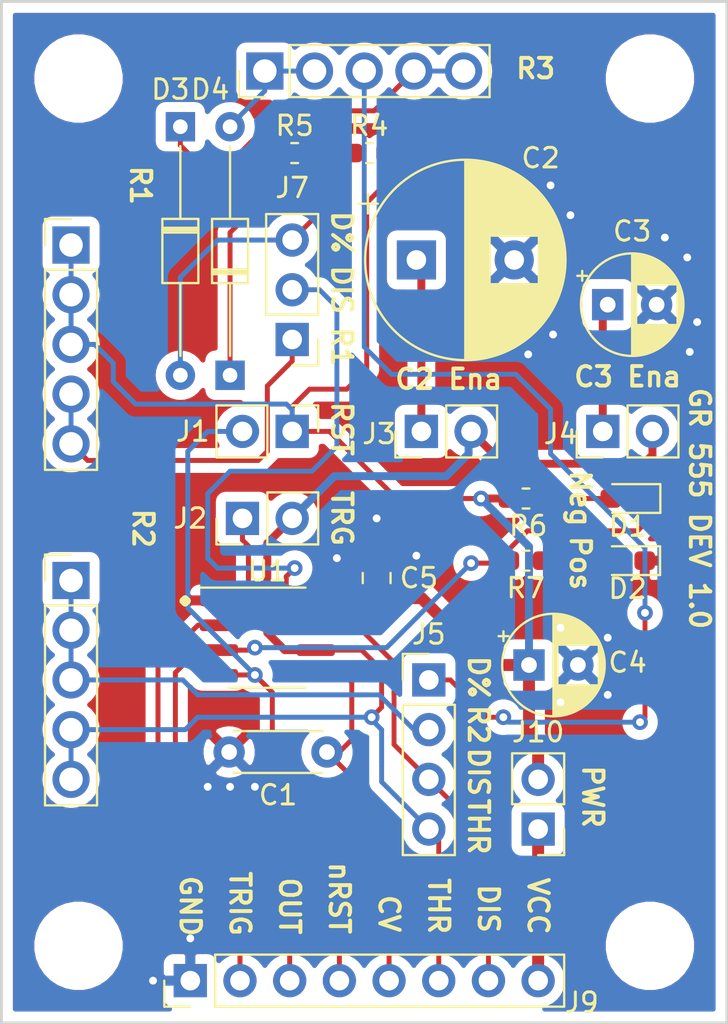
<source format=kicad_pcb>
(kicad_pcb (version 20171130) (host pcbnew "(5.1.2-1)-1")
  (layers (0 F.Cu signal hide) (31 B.Cu signal hide) (34 B.Paste user) (35 F.Paste user) (36 B.SilkS user) (37 F.SilkS user) (38 B.Mask user) (39 F.Mask user) (44 Edge.Cuts user))
  (net 0 "")
  (net 1 VCC)
  (net 2 /TRIG)
  (net 3 "Net-(D1-Pad2)")
  (net 4 "Net-(D2-Pad2)")
  (net 5 GND)
  (net 6 "Net-(C2-Pad1)")
  (net 7 /CV)
  (net 8 "Net-(C3-Pad1)")
  (net 9 /OUT)
  (net 10 /RST)
  (net 11 /THR)
  (net 12 /DIS)
  (net 13 "Net-(J10-Pad1)")
  (net 14 "Net-(D3-Pad2)")
  (net 15 "Net-(D3-Pad1)")
  (net 16 "Net-(D4-Pad1)")
  (net 17 "Net-(D4-Pad2)")
  (net 18 "Net-(J7-Pad1)")
  (net 19 "Net-(J11-Pad3)")
  (net 20 "Net-(J5-Pad2)")
  (module MountingHole:MountingHole_3.5mm (layer F.Cu) (at 198.247 110.363)
    (fp_text reference REF** hide)
    (fp_text value MountingHole_3.5mm)
    (pad 1 np_thru_hole circle (at 0 0) (size 3.5 3.5) (drill 3.5) (layers *.Cu *.Mask))
  )
  (module MountingHole:MountingHole_3.5mm (layer F.Cu) (at 198.247 66.04)
    (fp_text reference REF** hide)
    (fp_text value MountingHole_3.5mm)
    (pad 1 np_thru_hole circle (at 0 0) (size 3.5 3.5) (drill 3.5) (layers *.Cu *.Mask))
  )
  (module MountingHole:MountingHole_3.5mm (layer F.Cu) (at 169.037 66.04)
    (fp_text reference REF** hide)
    (fp_text value MountingHole_3.5mm)
    (pad 1 np_thru_hole circle (at 0 0) (size 3.5 3.5) (drill 3.5) (layers *.Cu *.Mask))
  )
  (module MountingHole:MountingHole_3.5mm (layer F.Cu) (at 169.037 110.363)
    (fp_text reference REF** hide)
    (fp_text value MountingHole_3.5mm)
    (pad 1 np_thru_hole circle (at 0 0) (size 3.5 3.5) (drill 3.5) (layers *.Cu *.Mask))
  )
  (module Capacitor_THT:CP_Radial_D10.0mm_P5.00mm (layer F.Cu) (at 186.309 75.311)
    (fp_text reference C2 (at 6.35 -5.207) (layer F.SilkS))
    (fp_text value 1uF)
    (pad 2 thru_hole circle (at 5 0) (size 2 2) (drill 1) (layers *.Cu *.Mask) (net 5 GND))
    (pad 1 thru_hole rect (at 0 0) (size 2 2) (drill 1) (layers *.Cu *.Mask) (net 6 "Net-(C2-Pad1)"))
  )
  (module Connector_PinHeader_2.54mm:PinHeader_1x02_P2.54mm_Vertical (layer F.Cu) (at 179.959 84.074 270)
    (fp_text reference J1 (at 0 5.08 180) (layer F.SilkS))
    (fp_text value 1x2)
    (pad 2 thru_hole oval (at 0 2.54 270) (size 1.7 1.7) (drill 1) (layers *.Cu *.Mask) (net 10 /RST))
    (pad 1 thru_hole rect (at 0 0 270) (size 1.7 1.7) (drill 1) (layers *.Cu *.Mask) (net 1 VCC))
  )
  (module Connector_PinHeader_2.54mm:PinHeader_1x02_P2.54mm_Vertical (layer F.Cu) (at 177.419 88.519 90)
    (fp_text reference J2 (at 0 -2.667 180) (layer F.SilkS))
    (fp_text value 1x2)
    (pad 1 thru_hole rect (at 0 0 90) (size 1.7 1.7) (drill 1) (layers *.Cu *.Mask) (net 2 /TRIG))
    (pad 2 thru_hole oval (at 0 2.54 90) (size 1.7 1.7) (drill 1) (layers *.Cu *.Mask) (net 11 /THR))
  )
  (module Connector_PinHeader_2.54mm:PinHeader_1x02_P2.54mm_Vertical (layer F.Cu) (at 186.563 84.074 90)
    (fp_text reference J3 (at -0.127 -2.159 180) (layer F.SilkS))
    (fp_text value 1x2)
    (pad 1 thru_hole rect (at 0 0 90) (size 1.7 1.7) (drill 1) (layers *.Cu *.Mask) (net 6 "Net-(C2-Pad1)"))
    (pad 2 thru_hole oval (at 0 2.54 90) (size 1.7 1.7) (drill 1) (layers *.Cu *.Mask) (net 11 /THR))
  )
  (module Connector_PinHeader_2.54mm:PinHeader_1x02_P2.54mm_Vertical (layer F.Cu) (at 195.834 84.074 90)
    (fp_text reference J4 (at -0.127 -2.159) (layer F.SilkS))
    (fp_text value 1x2)
    (pad 2 thru_hole oval (at 0 2.54 90) (size 1.7 1.7) (drill 1) (layers *.Cu *.Mask) (net 11 /THR))
    (pad 1 thru_hole rect (at 0 0 90) (size 1.7 1.7) (drill 1) (layers *.Cu *.Mask) (net 8 "Net-(C3-Pad1)"))
  )
  (module Connector_PinHeader_2.54mm:PinHeader_1x08_P2.54mm_Vertical (layer F.Cu) (at 174.752 112.141 90)
    (fp_text reference J9 (at -1.1176 20.0152) (layer F.SilkS))
    (fp_text value 1x8)
    (pad 8 thru_hole oval (at 0 17.78 90) (size 1.7 1.7) (drill 1) (layers *.Cu *.Mask) (net 13 "Net-(J10-Pad1)"))
    (pad 7 thru_hole oval (at 0 15.24 90) (size 1.7 1.7) (drill 1) (layers *.Cu *.Mask) (net 12 /DIS))
    (pad 6 thru_hole oval (at 0 12.7 90) (size 1.7 1.7) (drill 1) (layers *.Cu *.Mask) (net 11 /THR))
    (pad 5 thru_hole oval (at 0 10.16 90) (size 1.7 1.7) (drill 1) (layers *.Cu *.Mask) (net 7 /CV))
    (pad 4 thru_hole oval (at 0 7.62 90) (size 1.7 1.7) (drill 1) (layers *.Cu *.Mask) (net 10 /RST))
    (pad 3 thru_hole oval (at 0 5.08 90) (size 1.7 1.7) (drill 1) (layers *.Cu *.Mask) (net 9 /OUT))
    (pad 2 thru_hole oval (at 0 2.54 90) (size 1.7 1.7) (drill 1) (layers *.Cu *.Mask) (net 2 /TRIG))
    (pad 1 thru_hole rect (at 0 0 90) (size 1.7 1.7) (drill 1) (layers *.Cu *.Mask) (net 5 GND))
  )
  (module LED_SMD:LED_0603_1608Metric_Pad1.05x0.95mm_HandSolder (layer F.Cu) (at 197.118 87.503 180)
    (fp_text reference D1 (at 0 -1.43) (layer F.SilkS))
    (fp_text value RED)
    (pad 1 smd roundrect (at -0.875 0 180) (size 1.05 0.95) (layers F.Cu F.Paste F.Mask) (net 9 /OUT))
    (pad 2 smd roundrect (at 0.875 0 180) (size 1.05 0.95) (layers F.Cu F.Paste F.Mask) (net 3 "Net-(D1-Pad2)"))
  )
  (module LED_SMD:LED_0603_1608Metric_Pad1.05x0.95mm_HandSolder (layer F.Cu) (at 197.104 90.678 180)
    (fp_text reference D2 (at 0 -1.43) (layer F.SilkS))
    (fp_text value GREEN)
    (pad 2 smd roundrect (at 0.875 0 180) (size 1.05 0.95) (layers F.Cu F.Paste F.Mask) (net 4 "Net-(D2-Pad2)"))
    (pad 1 smd roundrect (at -0.875 0 180) (size 1.05 0.95) (layers F.Cu F.Paste F.Mask) (net 5 GND))
  )
  (module Resistor_SMD:R_0603_1608Metric_Pad1.05x0.95mm_HandSolder (layer F.Cu) (at 191.911 87.503)
    (fp_text reference R6 (at 0.113 1.397) (layer F.SilkS))
    (fp_text value 680)
    (pad 1 smd roundrect (at -0.875 0) (size 1.05 0.95) (layers F.Cu F.Paste F.Mask) (net 1 VCC))
    (pad 2 smd roundrect (at 0.875 0) (size 1.05 0.95) (layers F.Cu F.Paste F.Mask) (net 3 "Net-(D1-Pad2)"))
  )
  (module Capacitor_THT:C_Disc_D4.3mm_W1.9mm_P5.00mm (layer F.Cu) (at 181.737 100.457 180)
    (fp_text reference C1 (at 2.5 -2.2) (layer F.SilkS))
    (fp_text value 1nF)
    (pad 1 thru_hole circle (at 0 0 180) (size 1.6 1.6) (drill 0.8) (layers *.Cu *.Mask) (net 7 /CV))
    (pad 2 thru_hole circle (at 5 0 180) (size 1.6 1.6) (drill 0.8) (layers *.Cu *.Mask) (net 5 GND))
  )
  (module Resistor_SMD:R_0603_1608Metric_Pad1.05x0.95mm_HandSolder (layer F.Cu) (at 191.911 90.678)
    (fp_text reference R7 (at -0.014 1.397) (layer F.SilkS))
    (fp_text value 680)
    (pad 2 smd roundrect (at 0.875 0) (size 1.05 0.95) (layers F.Cu F.Paste F.Mask) (net 4 "Net-(D2-Pad2)"))
    (pad 1 smd roundrect (at -0.875 0) (size 1.05 0.95) (layers F.Cu F.Paste F.Mask) (net 9 /OUT))
  )
  (module Package_SO:SOIC-8_3.9x4.9mm_P1.27mm (layer F.Cu) (at 178.689 94.615)
    (fp_text reference U1 (at 0 -3.4) (layer F.SilkS))
    (fp_text value LM555)
    (pad 1 smd roundrect (at -2.475 -1.905) (size 1.95 0.6) (layers F.Cu F.Paste F.Mask) (net 5 GND))
    (pad 2 smd roundrect (at -2.475 -0.635) (size 1.95 0.6) (layers F.Cu F.Paste F.Mask) (net 2 /TRIG))
    (pad 3 smd roundrect (at -2.475 0.635) (size 1.95 0.6) (layers F.Cu F.Paste F.Mask) (net 9 /OUT))
    (pad 4 smd roundrect (at -2.475 1.905) (size 1.95 0.6) (layers F.Cu F.Paste F.Mask) (net 10 /RST))
    (pad 5 smd roundrect (at 2.475 1.905) (size 1.95 0.6) (layers F.Cu F.Paste F.Mask) (net 7 /CV))
    (pad 6 smd roundrect (at 2.475 0.635) (size 1.95 0.6) (layers F.Cu F.Paste F.Mask) (net 11 /THR))
    (pad 7 smd roundrect (at 2.475 -0.635) (size 1.95 0.6) (layers F.Cu F.Paste F.Mask) (net 12 /DIS))
    (pad 8 smd roundrect (at 2.475 -1.905) (size 1.95 0.6) (layers F.Cu F.Paste F.Mask) (net 1 VCC))
  )
  (module Capacitor_THT:CP_Radial_D5.0mm_P2.50mm (layer F.Cu) (at 196.088 77.597)
    (fp_text reference C3 (at 1.25 -3.75) (layer F.SilkS))
    (fp_text value 10nF)
    (pad 1 thru_hole rect (at 0 0) (size 1.6 1.6) (drill 0.8) (layers *.Cu *.Mask) (net 8 "Net-(C3-Pad1)"))
    (pad 2 thru_hole circle (at 2.5 0) (size 1.6 1.6) (drill 0.8) (layers *.Cu *.Mask) (net 5 GND))
  )
  (module Capacitor_THT:CP_Radial_D5.0mm_P2.50mm (layer F.Cu) (at 192.064 96.012)
    (fp_text reference C4 (at 5.04 -0.127) (layer F.SilkS))
    (fp_text value 1uF)
    (pad 2 thru_hole circle (at 2.5 0) (size 1.6 1.6) (drill 0.8) (layers *.Cu *.Mask) (net 5 GND))
    (pad 1 thru_hole rect (at 0 0) (size 1.6 1.6) (drill 0.8) (layers *.Cu *.Mask) (net 1 VCC))
  )
  (module Connector_PinHeader_2.54mm:PinHeader_1x02_P2.54mm_Vertical (layer F.Cu) (at 192.532 104.394 180)
    (fp_text reference J10 (at 0 4.953) (layer F.SilkS))
    (fp_text value 1x2)
    (pad 1 thru_hole rect (at 0 0 180) (size 1.7 1.7) (drill 1) (layers *.Cu *.Mask) (net 13 "Net-(J10-Pad1)"))
    (pad 2 thru_hole oval (at 0 2.54 180) (size 1.7 1.7) (drill 1) (layers *.Cu *.Mask) (net 1 VCC))
  )
  (module Capacitor_SMD:C_0805_2012Metric_Pad1.15x1.40mm_HandSolder (layer F.Cu) (at 184.277 91.567 90)
    (fp_text reference C5 (at 0 2.159 180) (layer F.SilkS))
    (fp_text value 100nF)
    (pad 1 smd roundrect (at -1.025 0 90) (size 1.15 1.4) (layers F.Cu F.Paste F.Mask) (roundrect_rratio 0.217391) (net 1 VCC))
    (pad 2 smd roundrect (at 1.025 0 90) (size 1.15 1.4) (layers F.Cu F.Paste F.Mask) (roundrect_rratio 0.217391) (net 5 GND))
  )
  (module Resistor_SMD:R_0603_1608Metric_Pad1.05x0.95mm_HandSolder (layer F.Cu) (at 183.91 69.85 180)
    (fp_text reference R4 (at 0.014 1.397) (layer F.SilkS))
    (fp_text value 4.7K)
    (pad 1 smd roundrect (at -0.875 0 180) (size 1.05 0.95) (layers F.Cu F.Paste F.Mask) (net 1 VCC))
    (pad 2 smd roundrect (at 0.875 0 180) (size 1.05 0.95) (layers F.Cu F.Paste F.Mask) (net 14 "Net-(D3-Pad2)"))
  )
  (module Resistor_SMD:R_0603_1608Metric_Pad1.05x0.95mm_HandSolder (layer F.Cu) (at 180.086 69.85 180)
    (fp_text reference R5 (at 0 1.397) (layer F.SilkS))
    (fp_text value 4.7K)
    (pad 2 smd roundrect (at 0.875 0 180) (size 1.05 0.95) (layers F.Cu F.Paste F.Mask) (net 16 "Net-(D4-Pad1)"))
    (pad 1 smd roundrect (at -0.875 0 180) (size 1.05 0.95) (layers F.Cu F.Paste F.Mask) (net 14 "Net-(D3-Pad2)"))
  )
  (module Diode_THT:D_DO-34_SOD68_P12.70mm_Horizontal (layer F.Cu) (at 174.244 68.5038 270)
    (fp_text reference D3 (at -1.905 0.508) (layer F.SilkS))
    (fp_text value D_ALT)
    (pad 2 thru_hole oval (at 12.7 0 270) (size 1.5 1.5) (drill 0.75) (layers *.Cu *.Mask) (net 14 "Net-(D3-Pad2)"))
    (pad 1 thru_hole rect (at 0 0 270) (size 1.5 1.5) (drill 0.75) (layers *.Cu *.Mask) (net 15 "Net-(D3-Pad1)"))
  )
  (module Diode_THT:D_DO-34_SOD68_P12.70mm_Horizontal (layer F.Cu) (at 176.784 81.2038 90)
    (fp_text reference D4 (at 14.605 -1.016 180) (layer F.SilkS))
    (fp_text value D_ALT)
    (pad 1 thru_hole rect (at 0 0 90) (size 1.5 1.5) (drill 0.75) (layers *.Cu *.Mask) (net 16 "Net-(D4-Pad1)"))
    (pad 2 thru_hole oval (at 12.7 0 90) (size 1.5 1.5) (drill 0.75) (layers *.Cu *.Mask) (net 17 "Net-(D4-Pad2)"))
  )
  (module Connector_PinHeader_2.54mm:PinHeader_1x04_P2.54mm_Vertical (layer F.Cu) (at 186.944 96.774)
    (fp_text reference J5 (at 0 -2.33) (layer F.SilkS))
    (fp_text value 1x3)
    (pad 1 thru_hole rect (at 0 0) (size 1.7 1.7) (drill 1) (layers *.Cu *.Mask) (net 19 "Net-(J11-Pad3)"))
    (pad 2 thru_hole oval (at 0 2.54) (size 1.7 1.7) (drill 1) (layers *.Cu *.Mask) (net 20 "Net-(J5-Pad2)"))
    (pad 3 thru_hole oval (at 0 5.08) (size 1.7 1.7) (drill 1) (layers *.Cu *.Mask) (net 12 /DIS))
    (pad 4 thru_hole oval (at 0 7.62) (size 1.7 1.7) (drill 1) (layers *.Cu *.Mask) (net 11 /THR))
  )
  (module Connector_PinHeader_2.54mm:PinHeader_1x03_P2.54mm_Vertical (layer F.Cu) (at 179.959 79.375 180)
    (fp_text reference J7 (at 0 7.747) (layer F.SilkS))
    (fp_text value 1x3)
    (pad 1 thru_hole rect (at 0 0 180) (size 1.7 1.7) (drill 1) (layers *.Cu *.Mask) (net 18 "Net-(J7-Pad1)"))
    (pad 2 thru_hole oval (at 0 2.54 180) (size 1.7 1.7) (drill 1) (layers *.Cu *.Mask) (net 12 /DIS))
    (pad 3 thru_hole oval (at 0 5.08 180) (size 1.7 1.7) (drill 1) (layers *.Cu *.Mask) (net 14 "Net-(D3-Pad2)"))
  )
  (module GR_555_DEV1:PinHeader_1x05_P2.54mm_D0472_Vertical (layer F.Cu) (at 168.656 74.549)
    (fp_text reference J8 hide)
    (fp_text value 1x5)
    (pad 5 thru_hole oval (at 0 10.16) (size 1.9 1.9) (drill 1.2) (layers *.Cu *.Mask) (net 18 "Net-(J7-Pad1)"))
    (pad 4 thru_hole oval (at 0 7.62) (size 1.9 1.9) (drill 1.2) (layers *.Cu *.Mask) (net 18 "Net-(J7-Pad1)"))
    (pad 3 thru_hole oval (at 0 5.08) (size 1.9 1.9) (drill 1.2) (layers *.Cu *.Mask) (net 1 VCC))
    (pad 2 thru_hole oval (at 0 2.54) (size 1.9 1.9) (drill 1.2) (layers *.Cu *.Mask) (net 1 VCC))
    (pad 1 thru_hole rect (at 0 0) (size 1.9 1.9) (drill 1.2) (layers *.Cu *.Mask) (net 1 VCC))
  )
  (module GR_555_DEV1:PinHeader_1x05_P2.54mm_D0472_Vertical (layer F.Cu) (at 168.656 91.694)
    (fp_text reference J6 hide)
    (fp_text value 1x5)
    (pad 5 thru_hole oval (at 0 10.16) (size 1.9 1.9) (drill 1.2) (layers *.Cu *.Mask) (net 11 /THR))
    (pad 4 thru_hole oval (at 0 7.62) (size 1.9 1.9) (drill 1.2) (layers *.Cu *.Mask) (net 11 /THR))
    (pad 3 thru_hole oval (at 0 5.08) (size 1.9 1.9) (drill 1.2) (layers *.Cu *.Mask) (net 20 "Net-(J5-Pad2)"))
    (pad 2 thru_hole oval (at 0 2.54) (size 1.9 1.9) (drill 1.2) (layers *.Cu *.Mask) (net 20 "Net-(J5-Pad2)"))
    (pad 1 thru_hole rect (at 0 0) (size 1.9 1.9) (drill 1.2) (layers *.Cu *.Mask) (net 20 "Net-(J5-Pad2)"))
  )
  (module GR_555_DEV1:PinHeader_1x05_P2.54mm_D0472_Vertical (layer F.Cu) (at 178.562 65.659 90)
    (fp_text reference J11 hide)
    (fp_text value 1x5)
    (pad 1 thru_hole rect (at 0 0 90) (size 1.9 1.9) (drill 1.2) (layers *.Cu *.Mask) (net 17 "Net-(D4-Pad2)"))
    (pad 2 thru_hole oval (at 0 2.54 90) (size 1.9 1.9) (drill 1.2) (layers *.Cu *.Mask) (net 17 "Net-(D4-Pad2)"))
    (pad 3 thru_hole oval (at 0 5.08 90) (size 1.9 1.9) (drill 1.2) (layers *.Cu *.Mask) (net 19 "Net-(J11-Pad3)"))
    (pad 4 thru_hole oval (at 0 7.62 90) (size 1.9 1.9) (drill 1.2) (layers *.Cu *.Mask) (net 15 "Net-(D3-Pad1)"))
    (pad 5 thru_hole oval (at 0 10.16 90) (size 1.9 1.9) (drill 1.2) (layers *.Cu *.Mask) (net 15 "Net-(D3-Pad1)"))
  )
  (gr_text . (at 175.3108 92.7354 270) (layer F.SilkS) (effects (font (size 2.032 2.032) (thickness 0.381))))
  (gr_text R3 (at 192.405 65.532) (layer F.SilkS) (effects (font (size 1 1) (thickness 0.2))))
  (gr_text D% (at 182.499 73.914 270) (layer F.SilkS) (effects (font (size 1 1) (thickness 0.2))))
  (gr_text R1 (at 182.499 79.756 270) (layer F.SilkS) (effects (font (size 1 1) (thickness 0.2))))
  (gr_text D% (at 189.484 96.647 270) (layer F.SilkS) (effects (font (size 1 1) (thickness 0.2))))
  (gr_text PWR (at 195.326 102.743 270) (layer F.SilkS) (effects (font (size 1 1) (thickness 0.2))))
  (gr_text THR (at 189.484 104.267 270) (layer F.SilkS) (effects (font (size 1 1) (thickness 0.2))))
  (gr_text R2 (at 189.484 99.06 270) (layer F.SilkS) (effects (font (size 1 1) (thickness 0.2))))
  (gr_text DIS (at 189.484 101.473 270) (layer F.SilkS) (effects (font (size 1 1) (thickness 0.2))))
  (gr_text "C3 Ena" (at 197.104 81.28) (layer F.SilkS) (effects (font (size 1 1) (thickness 0.2))))
  (gr_text "C2 Ena" (at 187.96 81.407) (layer F.SilkS) (effects (font (size 1 1) (thickness 0.2))))
  (gr_text TRG (at 182.499 88.519 270) (layer F.SilkS) (effects (font (size 1 1) (thickness 0.2))))
  (gr_text RST (at 182.499 83.947 270) (layer F.SilkS) (effects (font (size 1 1) (thickness 0.2))))
  (gr_text R2 (at 172.339 89.027 270) (layer F.SilkS) (effects (font (size 1 1) (thickness 0.2))))
  (gr_text R1 (at 172.212 71.501 270) (layer F.SilkS) (effects (font (size 1 1) (thickness 0.2))))
  (gr_text DIS (at 182.499 76.835 270) (layer F.SilkS) (effects (font (size 1 1) (thickness 0.2))))
  (gr_text Pos (at 194.691 90.805 270) (layer F.SilkS) (effects (font (size 1 1) (thickness 0.2))))
  (gr_text Neg (at 194.691 87.503 270) (layer F.SilkS) (effects (font (size 1 1) (thickness 0.2))))
  (gr_text VCC (at 192.532 108.331 270) (layer F.SilkS) (effects (font (size 1 1) (thickness 0.2))))
  (gr_text DIS (at 189.992 108.458 270) (layer F.SilkS) (effects (font (size 1 1) (thickness 0.2))))
  (gr_text THR (at 187.452 108.331 270) (layer F.SilkS) (effects (font (size 1 1) (thickness 0.2))))
  (gr_text CV (at 184.912 108.712 270) (layer F.SilkS) (effects (font (size 1 1) (thickness 0.2))))
  (gr_text nRST (at 182.372 107.9246 270) (layer F.SilkS) (effects (font (size 1 1) (thickness 0.2))))
  (gr_text OUT (at 179.832 108.331 270) (layer F.SilkS) (effects (font (size 1 1) (thickness 0.2))))
  (gr_text TRIG (at 177.292 108.204 270) (layer F.SilkS) (effects (font (size 1 1) (thickness 0.2))))
  (gr_text GND (at 174.752 108.331 270) (layer F.SilkS) (effects (font (size 1 1) (thickness 0.2))))
  (gr_text "GR 555 DEV 1.0" (at 200.787 88.011 270) (layer F.SilkS) (effects (font (size 1 1) (thickness 0.2))))
  (gr_line (start 165.1 114.3) (end 165.1 62.103) (layer Edge.Cuts) (width 0.15))
  (gr_line (start 165.1 114.3) (end 202.184 114.3) (layer Edge.Cuts) (width 0.15))
  (gr_line (start 202.184 62.103) (end 202.184 114.3) (layer Edge.Cuts) (width 0.15))
  (gr_line (start 165.1 62.103) (end 202.184 62.103) (layer Edge.Cuts) (width 0.15))
  (segment (start 192.532 101.854) (end 192.532 100.33) (width 0.6096) (layer F.Cu) (net 1))
  (segment (start 192.064 99.862) (end 192.064 96.012) (width 0.6096) (layer F.Cu) (net 1))
  (segment (start 192.532 100.33) (end 192.064 99.862) (width 0.6096) (layer F.Cu) (net 1))
  (segment (start 184.159 92.71) (end 184.277 92.592) (width 0.4064) (layer F.Cu) (net 1))
  (segment (start 181.164 92.71) (end 184.159 92.71) (width 0.4064) (layer F.Cu) (net 1))
  (segment (start 192.064 96.012) (end 192.064 89.956) (width 0.4064) (layer B.Cu) (net 1))
  (segment (start 192.064 89.956) (end 189.611 87.503) (width 0.4064) (layer B.Cu) (net 1))
  (via (at 189.611 87.503) (size 0.8) (drill 0.4) (layers F.Cu B.Cu) (net 1))
  (segment (start 189.611 87.503) (end 191.036 87.503) (width 0.4064) (layer F.Cu) (net 1))
  (segment (start 189.045315 87.503) (end 189.611 87.503) (width 0.254) (layer F.Cu) (net 1))
  (segment (start 185.293 87.503) (end 189.045315 87.503) (width 0.254) (layer F.Cu) (net 1))
  (segment (start 181.864 84.074) (end 185.293 87.503) (width 0.254) (layer F.Cu) (net 1))
  (segment (start 179.959 84.074) (end 181.864 84.074) (width 0.254) (layer F.Cu) (net 1))
  (segment (start 185.077 92.592) (end 184.277 92.592) (width 0.6096) (layer F.Cu) (net 1))
  (segment (start 186.572 92.592) (end 185.077 92.592) (width 0.6096) (layer F.Cu) (net 1))
  (segment (start 189.992 96.012) (end 186.572 92.592) (width 0.6096) (layer F.Cu) (net 1))
  (segment (start 192.064 96.012) (end 189.992 96.012) (width 0.6096) (layer F.Cu) (net 1))
  (segment (start 168.91 76.835) (end 168.656 77.089) (width 0.254) (layer F.Cu) (net 1))
  (segment (start 168.91 76.835) (end 168.656 77.089) (width 0.254) (layer B.Cu) (net 1))
  (segment (start 168.656 74.549) (end 168.656 77.089) (width 0.254) (layer B.Cu) (net 1))
  (segment (start 168.656 79.629) (end 168.656 77.089) (width 0.254) (layer B.Cu) (net 1))
  (segment (start 169.858081 79.629) (end 170.815 80.585919) (width 0.254) (layer B.Cu) (net 1))
  (segment (start 168.656 79.629) (end 169.858081 79.629) (width 0.254) (layer B.Cu) (net 1))
  (segment (start 170.815 80.585919) (end 170.815 81.534) (width 0.254) (layer B.Cu) (net 1))
  (segment (start 170.815 81.534) (end 171.958 82.677) (width 0.254) (layer B.Cu) (net 1))
  (segment (start 179.959 82.97) (end 179.959 84.074) (width 0.254) (layer B.Cu) (net 1))
  (segment (start 179.666 82.677) (end 179.959 82.97) (width 0.254) (layer B.Cu) (net 1))
  (segment (start 171.958 82.677) (end 179.666 82.677) (width 0.254) (layer B.Cu) (net 1))
  (segment (start 184.785 69.85) (end 184.785 71.374) (width 0.254) (layer F.Cu) (net 1))
  (segment (start 184.785 71.374) (end 183.769 72.39) (width 0.254) (layer F.Cu) (net 1))
  (segment (start 183.769 72.39) (end 183.769 80.899) (width 0.254) (layer F.Cu) (net 1))
  (segment (start 183.769 80.899) (end 182.753 81.915) (width 0.254) (layer F.Cu) (net 1))
  (segment (start 182.753 81.915) (end 180.848 81.915) (width 0.254) (layer F.Cu) (net 1))
  (segment (start 179.959 82.804) (end 179.959 84.074) (width 0.254) (layer F.Cu) (net 1))
  (segment (start 180.848 81.915) (end 179.959 82.804) (width 0.254) (layer F.Cu) (net 1))
  (segment (start 176.214 93.98) (end 177.546 93.98) (width 0.254) (layer F.Cu) (net 2))
  (segment (start 177.419 89.623) (end 177.419 88.519) (width 0.254) (layer F.Cu) (net 2))
  (segment (start 177.72241 89.92641) (end 177.419 89.623) (width 0.254) (layer F.Cu) (net 2))
  (segment (start 177.72241 93.80359) (end 177.72241 89.92641) (width 0.254) (layer F.Cu) (net 2))
  (segment (start 177.546 93.98) (end 177.72241 93.80359) (width 0.254) (layer F.Cu) (net 2))
  (segment (start 175.139 93.98) (end 176.214 93.98) (width 0.254) (layer F.Cu) (net 2))
  (segment (start 173.101 96.018) (end 175.139 93.98) (width 0.254) (layer F.Cu) (net 2))
  (segment (start 173.101 102.997) (end 173.101 96.018) (width 0.254) (layer F.Cu) (net 2))
  (segment (start 177.292 107.188) (end 173.101 102.997) (width 0.254) (layer F.Cu) (net 2))
  (segment (start 177.292 112.141) (end 177.292 107.188) (width 0.254) (layer F.Cu) (net 2))
  (segment (start 192.786 87.503) (end 196.243 87.503) (width 0.254) (layer F.Cu) (net 3))
  (segment (start 193.411 90.678) (end 196.229 90.678) (width 0.254) (layer F.Cu) (net 4))
  (segment (start 192.786 90.678) (end 193.411 90.678) (width 0.254) (layer F.Cu) (net 4))
  (via (at 186.309 90.424) (size 0.8) (drill 0.4) (layers F.Cu B.Cu) (net 5))
  (via (at 184.277 88.519) (size 0.8) (drill 0.4) (layers F.Cu B.Cu) (net 5))
  (via (at 182.245 90.551) (size 0.8) (drill 0.4) (layers F.Cu B.Cu) (net 5))
  (via (at 196.088 97.536) (size 0.8) (drill 0.4) (layers F.Cu B.Cu) (net 5))
  (via (at 196.088 94.615) (size 0.8) (drill 0.4) (layers F.Cu B.Cu) (net 5))
  (via (at 193.675 94.107) (size 0.8) (drill 0.4) (layers F.Cu B.Cu) (net 5))
  (via (at 193.675 97.917) (size 0.8) (drill 0.4) (layers F.Cu B.Cu) (net 5))
  (via (at 178.054 102.235) (size 0.8) (drill 0.4) (layers F.Cu B.Cu) (net 5))
  (via (at 175.641 102.235) (size 0.8) (drill 0.4) (layers F.Cu B.Cu) (net 5))
  (via (at 176.784 102.235) (size 0.8) (drill 0.4) (layers F.Cu B.Cu) (net 5))
  (via (at 174.752 109.982) (size 0.8) (drill 0.4) (layers F.Cu B.Cu) (net 5))
  (via (at 172.847 112.141) (size 0.8) (drill 0.4) (layers F.Cu B.Cu) (net 5))
  (via (at 193.167 71.501) (size 0.8) (drill 0.4) (layers F.Cu B.Cu) (net 5))
  (via (at 194.183 73.025) (size 0.8) (drill 0.4) (layers F.Cu B.Cu) (net 5))
  (via (at 193.294 79.121) (size 0.8) (drill 0.4) (layers F.Cu B.Cu) (net 5))
  (via (at 192.024 80.137) (size 0.8) (drill 0.4) (layers F.Cu B.Cu) (net 5))
  (via (at 199.009 74.168) (size 0.8) (drill 0.4) (layers F.Cu B.Cu) (net 5))
  (via (at 200.152 75.184) (size 0.8) (drill 0.4) (layers F.Cu B.Cu) (net 5))
  (via (at 200.279 80.01) (size 0.8) (drill 0.4) (layers F.Cu B.Cu) (net 5))
  (via (at 200.66 78.486) (size 0.8) (drill 0.4) (layers F.Cu B.Cu) (net 5))
  (segment (start 186.563 75.565) (end 186.309 75.311) (width 0.4064) (layer F.Cu) (net 6))
  (segment (start 186.563 84.074) (end 186.563 75.565) (width 0.4064) (layer F.Cu) (net 6))
  (segment (start 183.007 99.822) (end 182.372 100.457) (width 0.254) (layer F.Cu) (net 7))
  (segment (start 183.007 96.901) (end 183.007 99.822) (width 0.254) (layer F.Cu) (net 7))
  (segment (start 182.626 96.52) (end 183.007 96.901) (width 0.254) (layer F.Cu) (net 7))
  (segment (start 182.372 100.457) (end 181.737 100.457) (width 0.254) (layer F.Cu) (net 7))
  (segment (start 181.164 96.52) (end 182.626 96.52) (width 0.254) (layer F.Cu) (net 7))
  (segment (start 184.912 103.632) (end 181.737 100.457) (width 0.254) (layer F.Cu) (net 7))
  (segment (start 184.912 112.141) (end 184.912 103.632) (width 0.254) (layer F.Cu) (net 7))
  (segment (start 195.834 77.851) (end 196.088 77.597) (width 0.25) (layer F.Cu) (net 8))
  (segment (start 195.834 84.074) (end 195.834 77.851) (width 0.4064) (layer F.Cu) (net 8))
  (segment (start 191.036 90.103) (end 191.985 89.154) (width 0.254) (layer F.Cu) (net 9))
  (segment (start 191.036 90.678) (end 191.036 90.103) (width 0.254) (layer F.Cu) (net 9))
  (segment (start 191.985 89.154) (end 197.612 89.154) (width 0.254) (layer F.Cu) (net 9))
  (segment (start 197.993 88.773) (end 197.993 87.503) (width 0.254) (layer F.Cu) (net 9))
  (segment (start 197.612 89.154) (end 197.993 88.773) (width 0.254) (layer F.Cu) (net 9))
  (segment (start 179.832 112.141) (end 179.832 108.458) (width 0.254) (layer F.Cu) (net 9))
  (segment (start 179.832 108.458) (end 173.99 102.616) (width 0.254) (layer F.Cu) (net 9))
  (segment (start 175.139 95.25) (end 176.214 95.25) (width 0.254) (layer F.Cu) (net 9))
  (segment (start 173.99 96.399) (end 175.139 95.25) (width 0.254) (layer F.Cu) (net 9))
  (segment (start 173.99 102.616) (end 173.99 96.399) (width 0.254) (layer F.Cu) (net 9))
  (segment (start 176.214 95.25) (end 177.289 95.25) (width 0.254) (layer F.Cu) (net 9))
  (segment (start 177.289 95.25) (end 177.927 95.25) (width 0.254) (layer F.Cu) (net 9))
  (via (at 178.054 95.123) (size 0.8) (drill 0.4) (layers F.Cu B.Cu) (net 9))
  (segment (start 177.927 95.25) (end 178.054 95.123) (width 0.254) (layer F.Cu) (net 9))
  (segment (start 178.054 95.123) (end 178.619685 95.123) (width 0.254) (layer B.Cu) (net 9))
  (segment (start 178.619685 95.123) (end 184.785 95.123) (width 0.254) (layer B.Cu) (net 9))
  (via (at 189.103 90.805) (size 0.8) (drill 0.4) (layers F.Cu B.Cu) (net 9))
  (segment (start 184.785 95.123) (end 189.103 90.805) (width 0.254) (layer B.Cu) (net 9))
  (segment (start 190.909 90.805) (end 191.036 90.678) (width 0.254) (layer F.Cu) (net 9))
  (segment (start 189.103 90.805) (end 190.909 90.805) (width 0.254) (layer F.Cu) (net 9))
  (segment (start 178.943 97.409) (end 178.054 96.52) (width 0.254) (layer F.Cu) (net 10))
  (segment (start 178.054 96.52) (end 176.214 96.52) (width 0.254) (layer F.Cu) (net 10))
  (segment (start 182.372 104.118566) (end 178.943 100.689566) (width 0.254) (layer F.Cu) (net 10))
  (segment (start 178.943 100.689566) (end 178.943 97.409) (width 0.254) (layer F.Cu) (net 10))
  (segment (start 182.372 112.141) (end 182.372 104.118566) (width 0.254) (layer F.Cu) (net 10))
  (via (at 178.054 96.52) (size 0.8) (drill 0.4) (layers F.Cu B.Cu) (net 10))
  (segment (start 174.625 93.091) (end 178.054 96.52) (width 0.254) (layer B.Cu) (net 10))
  (segment (start 174.625 85.09) (end 174.625 93.091) (width 0.254) (layer B.Cu) (net 10))
  (segment (start 175.641 84.074) (end 174.625 85.09) (width 0.254) (layer B.Cu) (net 10))
  (segment (start 177.419 84.074) (end 175.641 84.074) (width 0.254) (layer B.Cu) (net 10))
  (segment (start 198.374 85.276081) (end 197.925081 85.725) (width 0.4064) (layer F.Cu) (net 11))
  (segment (start 198.374 84.074) (end 198.374 85.276081) (width 0.4064) (layer F.Cu) (net 11))
  (segment (start 190.754 85.725) (end 189.103 84.074) (width 0.4064) (layer F.Cu) (net 11))
  (segment (start 197.925081 85.725) (end 190.754 85.725) (width 0.4064) (layer F.Cu) (net 11))
  (segment (start 179.959 88.519) (end 182.118 86.36) (width 0.4064) (layer B.Cu) (net 11))
  (segment (start 182.118 86.36) (end 187.833 86.36) (width 0.4064) (layer B.Cu) (net 11))
  (segment (start 187.833 86.36) (end 188.976 85.217) (width 0.4064) (layer B.Cu) (net 11))
  (segment (start 188.976 84.201) (end 189.103 84.074) (width 0.254) (layer B.Cu) (net 11))
  (segment (start 188.976 85.217) (end 188.976 84.201) (width 0.4064) (layer B.Cu) (net 11))
  (segment (start 183.515 95.25) (end 184.531 96.266) (width 0.254) (layer F.Cu) (net 11))
  (segment (start 181.164 95.25) (end 183.515 95.25) (width 0.254) (layer F.Cu) (net 11))
  (segment (start 181.164 95.25) (end 179.578 95.25) (width 0.4064) (layer F.Cu) (net 11))
  (segment (start 179.578 95.25) (end 178.689 94.361) (width 0.4064) (layer F.Cu) (net 11))
  (segment (start 178.689 89.789) (end 179.959 88.519) (width 0.4064) (layer F.Cu) (net 11))
  (segment (start 178.689 94.361) (end 178.689 89.789) (width 0.4064) (layer F.Cu) (net 11))
  (segment (start 174.498 99.314) (end 175.133 98.679) (width 0.254) (layer B.Cu) (net 11))
  (segment (start 183.896 98.679) (end 184.531 99.314) (width 0.254) (layer B.Cu) (net 11))
  (segment (start 184.531 99.314) (end 184.531 100.965) (width 0.254) (layer B.Cu) (net 11))
  (segment (start 175.133 98.679) (end 183.896 98.679) (width 0.254) (layer B.Cu) (net 11))
  (segment (start 168.656 99.314) (end 174.498 99.314) (width 0.254) (layer B.Cu) (net 11))
  (segment (start 187.452 104.902) (end 186.944 104.394) (width 0.25) (layer F.Cu) (net 11))
  (segment (start 187.452 112.141) (end 187.452 104.902) (width 0.25) (layer F.Cu) (net 11))
  (segment (start 184.531 101.981) (end 186.944 104.394) (width 0.25) (layer B.Cu) (net 11))
  (segment (start 184.531 100.965) (end 184.531 101.981) (width 0.25) (layer B.Cu) (net 11))
  (segment (start 184.531 98.171) (end 184.023 98.679) (width 0.25) (layer F.Cu) (net 11))
  (segment (start 184.531 96.266) (end 184.531 98.171) (width 0.25) (layer F.Cu) (net 11))
  (via (at 184.023 98.679) (size 0.8) (drill 0.4) (layers F.Cu B.Cu) (net 11))
  (segment (start 168.656 101.854) (end 168.656 99.314) (width 0.25) (layer B.Cu) (net 11))
  (segment (start 187.452 102.362) (end 186.944 101.854) (width 0.254) (layer F.Cu) (net 12))
  (segment (start 181.164 93.98) (end 183.261 93.98) (width 0.254) (layer F.Cu) (net 12))
  (segment (start 183.261 93.98) (end 185.166 95.885) (width 0.254) (layer F.Cu) (net 12))
  (segment (start 185.166 95.885) (end 185.166 97.536) (width 0.254) (layer F.Cu) (net 12))
  (segment (start 181.164 93.98) (end 179.959 93.98) (width 0.254) (layer F.Cu) (net 12))
  (segment (start 179.959 93.98) (end 179.832 93.98) (width 0.254) (layer F.Cu) (net 12))
  (segment (start 179.65559 93.80359) (end 179.65559 91.48941) (width 0.254) (layer F.Cu) (net 12))
  (segment (start 179.832 93.98) (end 179.65559 93.80359) (width 0.254) (layer F.Cu) (net 12))
  (via (at 180.086 91.059) (size 0.8) (drill 0.4) (layers F.Cu B.Cu) (net 12))
  (segment (start 179.65559 91.48941) (end 180.086 91.059) (width 0.254) (layer F.Cu) (net 12))
  (segment (start 180.086 91.059) (end 179.520315 91.059) (width 0.254) (layer B.Cu) (net 12))
  (segment (start 179.520315 91.059) (end 176.149 91.059) (width 0.254) (layer B.Cu) (net 12))
  (segment (start 185.166 100.076) (end 186.944 101.854) (width 0.25) (layer F.Cu) (net 12))
  (segment (start 185.166 97.536) (end 185.166 100.076) (width 0.25) (layer F.Cu) (net 12))
  (segment (start 189.992 104.902) (end 186.944 101.854) (width 0.25) (layer F.Cu) (net 12))
  (segment (start 189.992 112.141) (end 189.992 104.902) (width 0.25) (layer F.Cu) (net 12))
  (segment (start 182.245 84.836) (end 182.245 77.724) (width 0.25) (layer B.Cu) (net 12))
  (segment (start 180.975 86.106) (end 182.245 84.836) (width 0.25) (layer B.Cu) (net 12))
  (segment (start 175.641 87.249) (end 176.784 86.106) (width 0.25) (layer B.Cu) (net 12))
  (segment (start 176.784 86.106) (end 180.975 86.106) (width 0.25) (layer B.Cu) (net 12))
  (segment (start 182.245 77.724) (end 181.356 76.835) (width 0.25) (layer B.Cu) (net 12))
  (segment (start 175.641 90.551) (end 175.641 87.249) (width 0.25) (layer B.Cu) (net 12))
  (segment (start 181.356 76.835) (end 179.959 76.835) (width 0.25) (layer B.Cu) (net 12))
  (segment (start 176.149 91.059) (end 175.641 90.551) (width 0.25) (layer B.Cu) (net 12))
  (segment (start 192.532 112.141) (end 192.532 104.394) (width 0.6096) (layer F.Cu) (net 13))
  (segment (start 183.035 69.85) (end 180.961 69.85) (width 0.25) (layer F.Cu) (net 14))
  (segment (start 180.961 73.293) (end 180.961 69.85) (width 0.25) (layer F.Cu) (net 14))
  (segment (start 179.959 74.295) (end 180.961 73.293) (width 0.25) (layer F.Cu) (net 14))
  (segment (start 174.244 76.2) (end 176.149 74.295) (width 0.254) (layer B.Cu) (net 14))
  (segment (start 176.149 74.295) (end 179.959 74.295) (width 0.254) (layer B.Cu) (net 14))
  (segment (start 174.244 81.153) (end 174.244 76.2) (width 0.254) (layer B.Cu) (net 14))
  (segment (start 187.519919 65.659) (end 186.182 65.659) (width 0.25) (layer B.Cu) (net 15))
  (segment (start 188.722 65.659) (end 187.519919 65.659) (width 0.25) (layer B.Cu) (net 15))
  (segment (start 174.244 69.457) (end 174.764 69.977) (width 0.254) (layer F.Cu) (net 15))
  (segment (start 174.244 68.453) (end 174.244 69.457) (width 0.254) (layer F.Cu) (net 15))
  (segment (start 174.764 69.977) (end 177.165 69.977) (width 0.254) (layer F.Cu) (net 15))
  (segment (start 177.165 69.977) (end 179.451 67.691) (width 0.254) (layer F.Cu) (net 15))
  (segment (start 184.15 67.691) (end 186.182 65.659) (width 0.254) (layer F.Cu) (net 15))
  (segment (start 179.451 67.691) (end 184.15 67.691) (width 0.254) (layer F.Cu) (net 15))
  (segment (start 179.211 71.487) (end 179.211 69.85) (width 0.254) (layer F.Cu) (net 16))
  (segment (start 176.784 73.914) (end 179.211 71.487) (width 0.254) (layer F.Cu) (net 16))
  (segment (start 176.784 81.153) (end 176.784 73.914) (width 0.254) (layer F.Cu) (net 16))
  (segment (start 179.662 65.659) (end 181.102 65.659) (width 0.25) (layer B.Cu) (net 17))
  (segment (start 178.562 65.659) (end 179.662 65.659) (width 0.25) (layer B.Cu) (net 17))
  (segment (start 178.562 66.675) (end 178.562 65.659) (width 0.25) (layer B.Cu) (net 17))
  (segment (start 176.784 68.453) (end 178.562 66.675) (width 0.25) (layer B.Cu) (net 17))
  (segment (start 168.656 84.709) (end 168.656 82.169) (width 0.25) (layer B.Cu) (net 18))
  (segment (start 179.959 80.479) (end 178.689 81.749) (width 0.254) (layer F.Cu) (net 18))
  (segment (start 179.959 79.375) (end 179.959 80.479) (width 0.254) (layer F.Cu) (net 18))
  (segment (start 178.689 81.749) (end 178.689 85.09) (width 0.254) (layer F.Cu) (net 18))
  (segment (start 169.505999 85.558999) (end 168.656 84.709) (width 0.254) (layer F.Cu) (net 18))
  (segment (start 178.220001 85.558999) (end 169.505999 85.558999) (width 0.254) (layer F.Cu) (net 18))
  (segment (start 178.689 85.09) (end 178.220001 85.558999) (width 0.254) (layer F.Cu) (net 18))
  (segment (start 188.044 96.774) (end 189.949 98.679) (width 0.25) (layer F.Cu) (net 19))
  (segment (start 186.944 96.774) (end 188.044 96.774) (width 0.25) (layer F.Cu) (net 19))
  (via (at 190.754 98.679) (size 0.8) (drill 0.4) (layers F.Cu B.Cu) (net 19))
  (segment (start 189.949 98.679) (end 190.754 98.679) (width 0.25) (layer F.Cu) (net 19))
  (via (at 197.993 93.345) (size 0.8) (drill 0.4) (layers F.Cu B.Cu) (net 19))
  (segment (start 183.642 79.756) (end 183.642 65.659) (width 0.25) (layer B.Cu) (net 19))
  (segment (start 185.039 81.153) (end 183.642 79.756) (width 0.25) (layer B.Cu) (net 19))
  (segment (start 193.167 85.217) (end 193.167 82.931) (width 0.25) (layer B.Cu) (net 19))
  (segment (start 193.167 82.931) (end 191.389 81.153) (width 0.25) (layer B.Cu) (net 19))
  (segment (start 191.389 81.153) (end 185.039 81.153) (width 0.25) (layer B.Cu) (net 19))
  (segment (start 197.993 90.043) (end 193.167 85.217) (width 0.25) (layer B.Cu) (net 19))
  (segment (start 197.993 93.345) (end 197.993 90.043) (width 0.25) (layer B.Cu) (net 19))
  (via (at 197.739 98.933) (size 0.8) (drill 0.4) (layers F.Cu B.Cu) (net 19))
  (segment (start 197.993 93.345) (end 197.993 98.679) (width 0.25) (layer F.Cu) (net 19))
  (segment (start 197.993 98.679) (end 197.739 98.933) (width 0.25) (layer F.Cu) (net 19))
  (segment (start 191.008 98.933) (end 197.739 98.933) (width 0.25) (layer B.Cu) (net 19))
  (segment (start 190.754 98.679) (end 191.008 98.933) (width 0.25) (layer B.Cu) (net 19))
  (segment (start 175.133 97.536) (end 183.769 97.536) (width 0.254) (layer B.Cu) (net 20))
  (segment (start 174.371 96.774) (end 175.133 97.536) (width 0.254) (layer B.Cu) (net 20))
  (segment (start 168.656 96.774) (end 174.371 96.774) (width 0.254) (layer B.Cu) (net 20))
  (segment (start 186.182 99.314) (end 186.944 99.314) (width 0.25) (layer B.Cu) (net 20))
  (segment (start 184.404 97.536) (end 186.182 99.314) (width 0.25) (layer B.Cu) (net 20))
  (segment (start 183.769 97.536) (end 184.404 97.536) (width 0.25) (layer B.Cu) (net 20))
  (segment (start 168.656 92.794) (end 168.656 94.234) (width 0.25) (layer B.Cu) (net 20))
  (segment (start 168.656 91.694) (end 168.656 92.794) (width 0.25) (layer B.Cu) (net 20))
  (segment (start 168.656 96.774) (end 168.656 94.234) (width 0.25) (layer B.Cu) (net 20))
  (zone (net 5) (net_name GND) (layer B.Cu) (connect_pads (clearance 0.508)) (min_thickness 0.254) (fill yes (arc_segments 16) (thermal_gap 0.508) (thermal_bridge_width 0.508))
    (polygon (pts (xy 165.1 62.103) (xy 202.184 62.103) (xy 202.184 114.3) (xy 165.1 114.3)))
  )
  (zone (net 5) (net_name GND) (layer F.Cu) (connect_pads (clearance 0.508)) (min_thickness 0.254) (fill yes (arc_segments 16) (thermal_gap 0.508) (thermal_bridge_width 0.508))
    (polygon (pts (xy 165.1 63.5) (xy 165.1 114.3) (xy 202.184 114.3) (xy 202.184 62.103) (xy 165.1 62.103)))
  )
)
</source>
